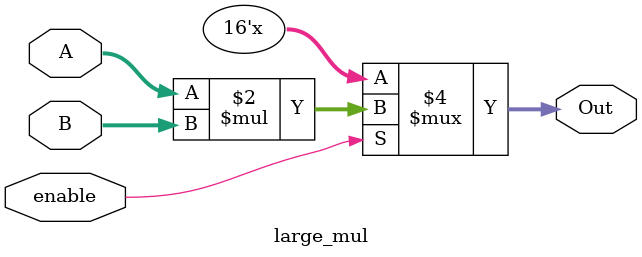
<source format=v>
`timescale 1ns / 1ps


module large_mul(
 output reg [15:0] Out,
 input [7:0] A,B,
 input enable
    );
    always @(enable, A,B)
    begin
   
    Out = 16'bxxxxxxxxxxxxxxxx;
    if(enable)
    Out = A*B;
    end
endmodule

</source>
